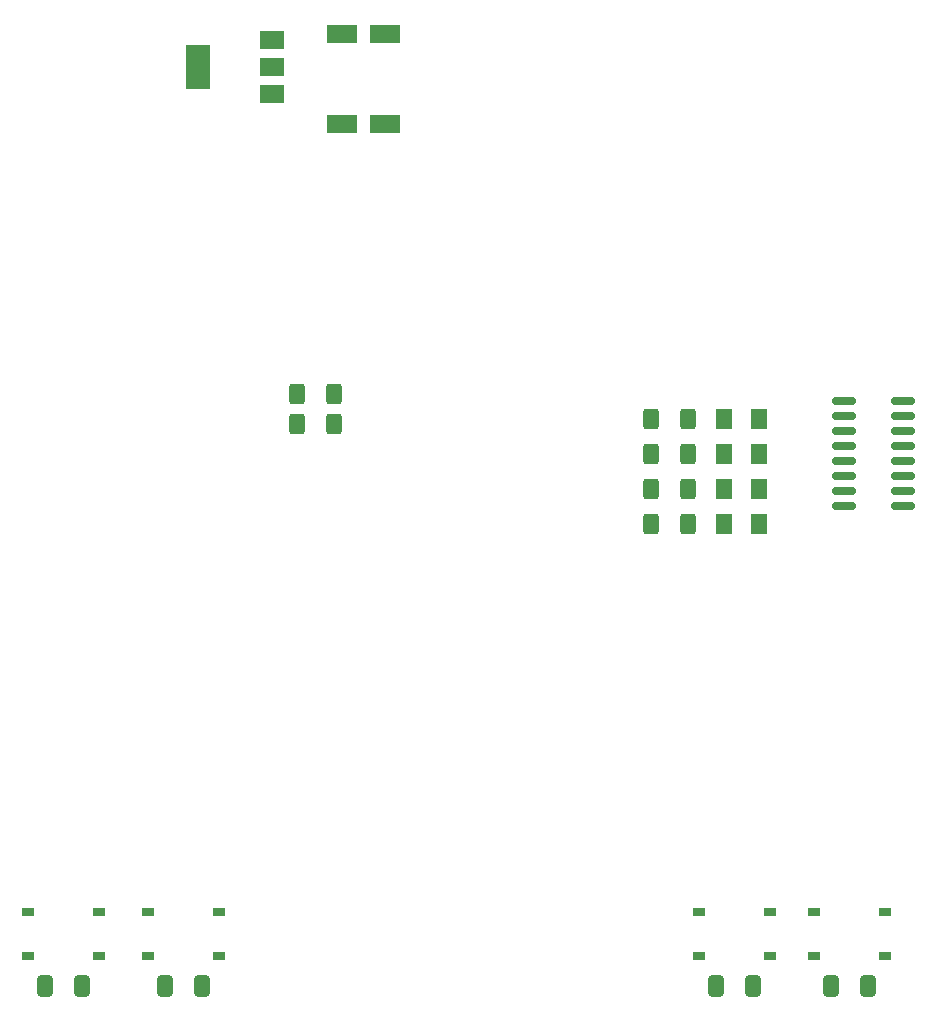
<source format=gbr>
%TF.GenerationSoftware,KiCad,Pcbnew,7.0.10-7.0.10~ubuntu22.04.1*%
%TF.CreationDate,2024-01-15T22:38:42+07:00*%
%TF.ProjectId,PCB_Sensor,5043425f-5365-46e7-936f-722e6b696361,rev?*%
%TF.SameCoordinates,Original*%
%TF.FileFunction,Paste,Top*%
%TF.FilePolarity,Positive*%
%FSLAX46Y46*%
G04 Gerber Fmt 4.6, Leading zero omitted, Abs format (unit mm)*
G04 Created by KiCad (PCBNEW 7.0.10-7.0.10~ubuntu22.04.1) date 2024-01-15 22:38:42*
%MOMM*%
%LPD*%
G01*
G04 APERTURE LIST*
G04 Aperture macros list*
%AMRoundRect*
0 Rectangle with rounded corners*
0 $1 Rounding radius*
0 $2 $3 $4 $5 $6 $7 $8 $9 X,Y pos of 4 corners*
0 Add a 4 corners polygon primitive as box body*
4,1,4,$2,$3,$4,$5,$6,$7,$8,$9,$2,$3,0*
0 Add four circle primitives for the rounded corners*
1,1,$1+$1,$2,$3*
1,1,$1+$1,$4,$5*
1,1,$1+$1,$6,$7*
1,1,$1+$1,$8,$9*
0 Add four rect primitives between the rounded corners*
20,1,$1+$1,$2,$3,$4,$5,0*
20,1,$1+$1,$4,$5,$6,$7,0*
20,1,$1+$1,$6,$7,$8,$9,0*
20,1,$1+$1,$8,$9,$2,$3,0*%
G04 Aperture macros list end*
%ADD10RoundRect,0.250000X-0.400000X-0.625000X0.400000X-0.625000X0.400000X0.625000X-0.400000X0.625000X0*%
%ADD11R,1.000000X0.750000*%
%ADD12RoundRect,0.250000X-1.050000X-0.550000X1.050000X-0.550000X1.050000X0.550000X-1.050000X0.550000X0*%
%ADD13RoundRect,0.250000X-0.412500X-0.650000X0.412500X-0.650000X0.412500X0.650000X-0.412500X0.650000X0*%
%ADD14R,2.000000X1.500000*%
%ADD15R,2.000000X3.800000*%
%ADD16RoundRect,0.150000X0.825000X0.150000X-0.825000X0.150000X-0.825000X-0.150000X0.825000X-0.150000X0*%
%ADD17RoundRect,0.250001X-0.462499X-0.624999X0.462499X-0.624999X0.462499X0.624999X-0.462499X0.624999X0*%
%ADD18RoundRect,0.250000X0.400000X0.625000X-0.400000X0.625000X-0.400000X-0.625000X0.400000X-0.625000X0*%
G04 APERTURE END LIST*
D10*
%TO.C,R2*%
X98500000Y-58420000D03*
X101600000Y-58420000D03*
%TD*%
D11*
%TO.C,SW4*%
X85900000Y-99725000D03*
X91900000Y-99725000D03*
X85900000Y-103475000D03*
X91900000Y-103475000D03*
%TD*%
%TO.C,SW2*%
X132540000Y-99725000D03*
X138540000Y-99725000D03*
X132540000Y-103475000D03*
X138540000Y-103475000D03*
%TD*%
D12*
%TO.C,C1*%
X102340000Y-25400000D03*
X105940000Y-25400000D03*
%TD*%
D13*
%TO.C,C3*%
X143677500Y-106015000D03*
X146802500Y-106015000D03*
%TD*%
D10*
%TO.C,R6*%
X128487500Y-58000000D03*
X131587500Y-58000000D03*
%TD*%
D13*
%TO.C,C4*%
X133977500Y-106015000D03*
X137102500Y-106015000D03*
%TD*%
D10*
%TO.C,R1*%
X128487500Y-66880000D03*
X131587500Y-66880000D03*
%TD*%
D14*
%TO.C,U2*%
X96390000Y-30480000D03*
X96390000Y-28180000D03*
D15*
X90090000Y-28180000D03*
D14*
X96390000Y-25880000D03*
%TD*%
D10*
%TO.C,R5*%
X128487500Y-60960000D03*
X131587500Y-60960000D03*
%TD*%
D11*
%TO.C,SW3*%
X75740000Y-99725000D03*
X81740000Y-99725000D03*
X75740000Y-103475000D03*
X81740000Y-103475000D03*
%TD*%
D13*
%TO.C,C5*%
X77177500Y-106015000D03*
X80302500Y-106015000D03*
%TD*%
D12*
%TO.C,C2*%
X102340000Y-33020000D03*
X105940000Y-33020000D03*
%TD*%
D16*
%TO.C,U3*%
X149795000Y-65405000D03*
X149795000Y-64135000D03*
X149795000Y-62865000D03*
X149795000Y-61595000D03*
X149795000Y-60325000D03*
X149795000Y-59055000D03*
X149795000Y-57785000D03*
X149795000Y-56515000D03*
X144845000Y-56515000D03*
X144845000Y-57785000D03*
X144845000Y-59055000D03*
X144845000Y-60325000D03*
X144845000Y-61595000D03*
X144845000Y-62865000D03*
X144845000Y-64135000D03*
X144845000Y-65405000D03*
%TD*%
D10*
%TO.C,R4*%
X128487500Y-63920000D03*
X131587500Y-63920000D03*
%TD*%
D17*
%TO.C,D3*%
X134620000Y-60935000D03*
X137595000Y-60935000D03*
%TD*%
D13*
%TO.C,C6*%
X87337500Y-106015000D03*
X90462500Y-106015000D03*
%TD*%
D17*
%TO.C,D1*%
X134620000Y-66855000D03*
X137595000Y-66855000D03*
%TD*%
D11*
%TO.C,SW1*%
X142240000Y-99725000D03*
X148240000Y-99725000D03*
X142240000Y-103475000D03*
X148240000Y-103475000D03*
%TD*%
D17*
%TO.C,D4*%
X134620000Y-57975000D03*
X137595000Y-57975000D03*
%TD*%
D18*
%TO.C,R3*%
X101600000Y-55880000D03*
X98500000Y-55880000D03*
%TD*%
D17*
%TO.C,D2*%
X134620000Y-63895000D03*
X137595000Y-63895000D03*
%TD*%
M02*

</source>
